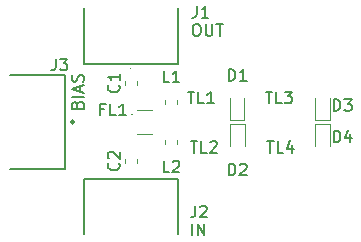
<source format=gto>
G04 #@! TF.GenerationSoftware,KiCad,Pcbnew,5.1.10-88a1d61d58~88~ubuntu18.04.1*
G04 #@! TF.CreationDate,2021-09-29T08:18:59+02:00*
G04 #@! TF.ProjectId,rf_phase_shifter_5_8GHz,72665f70-6861-4736-955f-736869667465,1.0.0*
G04 #@! TF.SameCoordinates,Original*
G04 #@! TF.FileFunction,Legend,Top*
G04 #@! TF.FilePolarity,Positive*
%FSLAX46Y46*%
G04 Gerber Fmt 4.6, Leading zero omitted, Abs format (unit mm)*
G04 Created by KiCad (PCBNEW 5.1.10-88a1d61d58~88~ubuntu18.04.1) date 2021-09-29 08:18:59*
%MOMM*%
%LPD*%
G01*
G04 APERTURE LIST*
%ADD10C,0.150000*%
%ADD11C,0.250000*%
%ADD12C,0.100000*%
%ADD13C,0.120000*%
%ADD14R,5.000000X1.200000*%
%ADD15R,5.000000X1.600000*%
%ADD16R,1.200000X5.000000*%
%ADD17R,1.600000X5.000000*%
%ADD18R,0.330000X0.350000*%
%ADD19R,0.700000X0.600000*%
G04 APERTURE END LIST*
D10*
X79938571Y-57459428D02*
X79986190Y-57316571D01*
X80033809Y-57268952D01*
X80129047Y-57221333D01*
X80271904Y-57221333D01*
X80367142Y-57268952D01*
X80414761Y-57316571D01*
X80462380Y-57411809D01*
X80462380Y-57792761D01*
X79462380Y-57792761D01*
X79462380Y-57459428D01*
X79510000Y-57364190D01*
X79557619Y-57316571D01*
X79652857Y-57268952D01*
X79748095Y-57268952D01*
X79843333Y-57316571D01*
X79890952Y-57364190D01*
X79938571Y-57459428D01*
X79938571Y-57792761D01*
X80462380Y-56792761D02*
X79462380Y-56792761D01*
X80176666Y-56364190D02*
X80176666Y-55888000D01*
X80462380Y-56459428D02*
X79462380Y-56126095D01*
X80462380Y-55792761D01*
X80414761Y-55507047D02*
X80462380Y-55364190D01*
X80462380Y-55126095D01*
X80414761Y-55030857D01*
X80367142Y-54983238D01*
X80271904Y-54935619D01*
X80176666Y-54935619D01*
X80081428Y-54983238D01*
X80033809Y-55030857D01*
X79986190Y-55126095D01*
X79938571Y-55316571D01*
X79890952Y-55411809D01*
X79843333Y-55459428D01*
X79748095Y-55507047D01*
X79652857Y-55507047D01*
X79557619Y-55459428D01*
X79510000Y-55411809D01*
X79462380Y-55316571D01*
X79462380Y-55078476D01*
X79510000Y-54935619D01*
X89932000Y-50633380D02*
X90122476Y-50633380D01*
X90217714Y-50681000D01*
X90312952Y-50776238D01*
X90360571Y-50966714D01*
X90360571Y-51300047D01*
X90312952Y-51490523D01*
X90217714Y-51585761D01*
X90122476Y-51633380D01*
X89932000Y-51633380D01*
X89836761Y-51585761D01*
X89741523Y-51490523D01*
X89693904Y-51300047D01*
X89693904Y-50966714D01*
X89741523Y-50776238D01*
X89836761Y-50681000D01*
X89932000Y-50633380D01*
X90789142Y-50633380D02*
X90789142Y-51442904D01*
X90836761Y-51538142D01*
X90884380Y-51585761D01*
X90979619Y-51633380D01*
X91170095Y-51633380D01*
X91265333Y-51585761D01*
X91312952Y-51538142D01*
X91360571Y-51442904D01*
X91360571Y-50633380D01*
X91693904Y-50633380D02*
X92265333Y-50633380D01*
X91979619Y-51633380D02*
X91979619Y-50633380D01*
X89646190Y-68524380D02*
X89646190Y-67524380D01*
X90122380Y-68524380D02*
X90122380Y-67524380D01*
X90693809Y-68524380D01*
X90693809Y-67524380D01*
X74186000Y-54928000D02*
X78886000Y-54928000D01*
X78886000Y-62928000D02*
X78886000Y-54928000D01*
X74186000Y-62928000D02*
X78886000Y-62928000D01*
D11*
X79646000Y-58928000D02*
G75*
G03*
X79646000Y-58928000I-125000J0D01*
G01*
D10*
X80455000Y-68414000D02*
X80455000Y-63714000D01*
X88455000Y-63714000D02*
X80455000Y-63714000D01*
X88455000Y-68414000D02*
X88455000Y-63714000D01*
D11*
X84580000Y-63079000D02*
G75*
G03*
X84580000Y-63079000I-125000J0D01*
G01*
D10*
X88455000Y-49294000D02*
X88455000Y-53994000D01*
X80455000Y-53994000D02*
X88455000Y-53994000D01*
X80455000Y-49294000D02*
X80455000Y-53994000D01*
D11*
X84580000Y-54629000D02*
G75*
G03*
X84580000Y-54629000I-125000J0D01*
G01*
D12*
X84498000Y-58278000D02*
G75*
G02*
X84598000Y-58278000I50000J0D01*
G01*
X84598000Y-58278000D02*
G75*
G02*
X84498000Y-58278000I-50000J0D01*
G01*
X84498000Y-58278000D02*
X84498000Y-58278000D01*
X84598000Y-58278000D02*
X84598000Y-58278000D01*
X84973000Y-59928000D02*
X86223000Y-59928000D01*
X84973000Y-57928000D02*
X86223000Y-57928000D01*
D13*
X101285600Y-59136900D02*
X100085600Y-59136900D01*
X101285600Y-60986900D02*
X101285600Y-59136900D01*
X100085600Y-60986900D02*
X100085600Y-59136900D01*
X87374000Y-60767279D02*
X87374000Y-60441721D01*
X88394000Y-60767279D02*
X88394000Y-60441721D01*
X88394000Y-57088721D02*
X88394000Y-57414279D01*
X87374000Y-57088721D02*
X87374000Y-57414279D01*
X100085600Y-58719100D02*
X101285600Y-58719100D01*
X100085600Y-56869100D02*
X100085600Y-58719100D01*
X101285600Y-56869100D02*
X101285600Y-58719100D01*
X94084700Y-59136900D02*
X92884700Y-59136900D01*
X94084700Y-60986900D02*
X94084700Y-59136900D01*
X92884700Y-60986900D02*
X92884700Y-59136900D01*
X92872000Y-58719100D02*
X94072000Y-58719100D01*
X92872000Y-56869100D02*
X92872000Y-58719100D01*
X94072000Y-56869100D02*
X94072000Y-58719100D01*
X83945000Y-62370580D02*
X83945000Y-62089420D01*
X84965000Y-62370580D02*
X84965000Y-62089420D01*
X83945000Y-55766580D02*
X83945000Y-55485420D01*
X84965000Y-55766580D02*
X84965000Y-55485420D01*
D10*
X95988333Y-60539380D02*
X96559761Y-60539380D01*
X96274047Y-61539380D02*
X96274047Y-60539380D01*
X97369285Y-61539380D02*
X96893095Y-61539380D01*
X96893095Y-60539380D01*
X98131190Y-60872714D02*
X98131190Y-61539380D01*
X97893095Y-60491761D02*
X97655000Y-61206047D01*
X98274047Y-61206047D01*
X95861333Y-56348380D02*
X96432761Y-56348380D01*
X96147047Y-57348380D02*
X96147047Y-56348380D01*
X97242285Y-57348380D02*
X96766095Y-57348380D01*
X96766095Y-56348380D01*
X97480380Y-56348380D02*
X98099428Y-56348380D01*
X97766095Y-56729333D01*
X97908952Y-56729333D01*
X98004190Y-56776952D01*
X98051809Y-56824571D01*
X98099428Y-56919809D01*
X98099428Y-57157904D01*
X98051809Y-57253142D01*
X98004190Y-57300761D01*
X97908952Y-57348380D01*
X97623238Y-57348380D01*
X97528000Y-57300761D01*
X97480380Y-57253142D01*
X89511333Y-60539380D02*
X90082761Y-60539380D01*
X89797047Y-61539380D02*
X89797047Y-60539380D01*
X90892285Y-61539380D02*
X90416095Y-61539380D01*
X90416095Y-60539380D01*
X91178000Y-60634619D02*
X91225619Y-60587000D01*
X91320857Y-60539380D01*
X91558952Y-60539380D01*
X91654190Y-60587000D01*
X91701809Y-60634619D01*
X91749428Y-60729857D01*
X91749428Y-60825095D01*
X91701809Y-60967952D01*
X91130380Y-61539380D01*
X91749428Y-61539380D01*
X89257333Y-56348380D02*
X89828761Y-56348380D01*
X89543047Y-57348380D02*
X89543047Y-56348380D01*
X90638285Y-57348380D02*
X90162095Y-57348380D01*
X90162095Y-56348380D01*
X91495428Y-57348380D02*
X90924000Y-57348380D01*
X91209714Y-57348380D02*
X91209714Y-56348380D01*
X91114476Y-56491238D01*
X91019238Y-56586476D01*
X90924000Y-56634095D01*
X78091309Y-53554380D02*
X78091309Y-54268666D01*
X78043690Y-54411523D01*
X77948452Y-54506761D01*
X77805595Y-54554380D01*
X77710357Y-54554380D01*
X78472261Y-53554380D02*
X79091309Y-53554380D01*
X78757976Y-53935333D01*
X78900833Y-53935333D01*
X78996071Y-53982952D01*
X79043690Y-54030571D01*
X79091309Y-54125809D01*
X79091309Y-54363904D01*
X79043690Y-54459142D01*
X78996071Y-54506761D01*
X78900833Y-54554380D01*
X78615119Y-54554380D01*
X78519880Y-54506761D01*
X78472261Y-54459142D01*
X89898023Y-66000380D02*
X89898023Y-66714666D01*
X89850404Y-66857523D01*
X89755166Y-66952761D01*
X89612309Y-67000380D01*
X89517071Y-67000380D01*
X90326595Y-66095619D02*
X90374214Y-66048000D01*
X90469452Y-66000380D01*
X90707547Y-66000380D01*
X90802785Y-66048000D01*
X90850404Y-66095619D01*
X90898023Y-66190857D01*
X90898023Y-66286095D01*
X90850404Y-66428952D01*
X90278976Y-67000380D01*
X90898023Y-67000380D01*
X90029309Y-49109380D02*
X90029309Y-49823666D01*
X89981690Y-49966523D01*
X89886452Y-50061761D01*
X89743595Y-50109380D01*
X89648357Y-50109380D01*
X91029309Y-50109380D02*
X90457880Y-50109380D01*
X90743595Y-50109380D02*
X90743595Y-49109380D01*
X90648357Y-49252238D01*
X90553119Y-49347476D01*
X90457880Y-49395095D01*
X82192904Y-57840571D02*
X81859571Y-57840571D01*
X81859571Y-58364380D02*
X81859571Y-57364380D01*
X82335761Y-57364380D01*
X83192904Y-58364380D02*
X82716714Y-58364380D01*
X82716714Y-57364380D01*
X84050047Y-58364380D02*
X83478619Y-58364380D01*
X83764333Y-58364380D02*
X83764333Y-57364380D01*
X83669095Y-57507238D01*
X83573857Y-57602476D01*
X83478619Y-57650095D01*
X101623904Y-60650380D02*
X101623904Y-59650380D01*
X101862000Y-59650380D01*
X102004857Y-59698000D01*
X102100095Y-59793238D01*
X102147714Y-59888476D01*
X102195333Y-60078952D01*
X102195333Y-60221809D01*
X102147714Y-60412285D01*
X102100095Y-60507523D01*
X102004857Y-60602761D01*
X101862000Y-60650380D01*
X101623904Y-60650380D01*
X103052476Y-59983714D02*
X103052476Y-60650380D01*
X102814380Y-59602761D02*
X102576285Y-60317047D01*
X103195333Y-60317047D01*
X87717333Y-63190380D02*
X87241142Y-63190380D01*
X87241142Y-62190380D01*
X88003047Y-62285619D02*
X88050666Y-62238000D01*
X88145904Y-62190380D01*
X88384000Y-62190380D01*
X88479238Y-62238000D01*
X88526857Y-62285619D01*
X88574476Y-62380857D01*
X88574476Y-62476095D01*
X88526857Y-62618952D01*
X87955428Y-63190380D01*
X88574476Y-63190380D01*
X87717333Y-55570380D02*
X87241142Y-55570380D01*
X87241142Y-54570380D01*
X88574476Y-55570380D02*
X88003047Y-55570380D01*
X88288761Y-55570380D02*
X88288761Y-54570380D01*
X88193523Y-54713238D01*
X88098285Y-54808476D01*
X88003047Y-54856095D01*
X101623904Y-57983380D02*
X101623904Y-56983380D01*
X101862000Y-56983380D01*
X102004857Y-57031000D01*
X102100095Y-57126238D01*
X102147714Y-57221476D01*
X102195333Y-57411952D01*
X102195333Y-57554809D01*
X102147714Y-57745285D01*
X102100095Y-57840523D01*
X102004857Y-57935761D01*
X101862000Y-57983380D01*
X101623904Y-57983380D01*
X102528666Y-56983380D02*
X103147714Y-56983380D01*
X102814380Y-57364333D01*
X102957238Y-57364333D01*
X103052476Y-57411952D01*
X103100095Y-57459571D01*
X103147714Y-57554809D01*
X103147714Y-57792904D01*
X103100095Y-57888142D01*
X103052476Y-57935761D01*
X102957238Y-57983380D01*
X102671523Y-57983380D01*
X102576285Y-57935761D01*
X102528666Y-57888142D01*
X92733904Y-63444380D02*
X92733904Y-62444380D01*
X92972000Y-62444380D01*
X93114857Y-62492000D01*
X93210095Y-62587238D01*
X93257714Y-62682476D01*
X93305333Y-62872952D01*
X93305333Y-63015809D01*
X93257714Y-63206285D01*
X93210095Y-63301523D01*
X93114857Y-63396761D01*
X92972000Y-63444380D01*
X92733904Y-63444380D01*
X93686285Y-62539619D02*
X93733904Y-62492000D01*
X93829142Y-62444380D01*
X94067238Y-62444380D01*
X94162476Y-62492000D01*
X94210095Y-62539619D01*
X94257714Y-62634857D01*
X94257714Y-62730095D01*
X94210095Y-62872952D01*
X93638666Y-63444380D01*
X94257714Y-63444380D01*
X92733904Y-55443380D02*
X92733904Y-54443380D01*
X92972000Y-54443380D01*
X93114857Y-54491000D01*
X93210095Y-54586238D01*
X93257714Y-54681476D01*
X93305333Y-54871952D01*
X93305333Y-55014809D01*
X93257714Y-55205285D01*
X93210095Y-55300523D01*
X93114857Y-55395761D01*
X92972000Y-55443380D01*
X92733904Y-55443380D01*
X94257714Y-55443380D02*
X93686285Y-55443380D01*
X93972000Y-55443380D02*
X93972000Y-54443380D01*
X93876761Y-54586238D01*
X93781523Y-54681476D01*
X93686285Y-54729095D01*
X83415142Y-62396666D02*
X83462761Y-62444285D01*
X83510380Y-62587142D01*
X83510380Y-62682380D01*
X83462761Y-62825238D01*
X83367523Y-62920476D01*
X83272285Y-62968095D01*
X83081809Y-63015714D01*
X82938952Y-63015714D01*
X82748476Y-62968095D01*
X82653238Y-62920476D01*
X82558000Y-62825238D01*
X82510380Y-62682380D01*
X82510380Y-62587142D01*
X82558000Y-62444285D01*
X82605619Y-62396666D01*
X82605619Y-62015714D02*
X82558000Y-61968095D01*
X82510380Y-61872857D01*
X82510380Y-61634761D01*
X82558000Y-61539523D01*
X82605619Y-61491904D01*
X82700857Y-61444285D01*
X82796095Y-61444285D01*
X82938952Y-61491904D01*
X83510380Y-62063333D01*
X83510380Y-61444285D01*
X83415142Y-55792666D02*
X83462761Y-55840285D01*
X83510380Y-55983142D01*
X83510380Y-56078380D01*
X83462761Y-56221238D01*
X83367523Y-56316476D01*
X83272285Y-56364095D01*
X83081809Y-56411714D01*
X82938952Y-56411714D01*
X82748476Y-56364095D01*
X82653238Y-56316476D01*
X82558000Y-56221238D01*
X82510380Y-56078380D01*
X82510380Y-55983142D01*
X82558000Y-55840285D01*
X82605619Y-55792666D01*
X83510380Y-54840285D02*
X83510380Y-55411714D01*
X83510380Y-55126000D02*
X82510380Y-55126000D01*
X82653238Y-55221238D01*
X82748476Y-55316476D01*
X82796095Y-55411714D01*
%LPC*%
D14*
X75946000Y-58928000D03*
D15*
X75946000Y-61698000D03*
X75946000Y-56158000D03*
D16*
X84455000Y-66654000D03*
D17*
X87225000Y-66654000D03*
X81685000Y-66654000D03*
D16*
X84455000Y-51054000D03*
D17*
X81685000Y-51054000D03*
X87225000Y-51054000D03*
D18*
X85103000Y-58278000D03*
X85103000Y-58928000D03*
X85103000Y-59578000D03*
X86093000Y-59578000D03*
X86093000Y-58928000D03*
X86093000Y-58278000D03*
D19*
X100685600Y-59586900D03*
X100685600Y-60986900D03*
G36*
G01*
X88140250Y-60254500D02*
X87627750Y-60254500D01*
G75*
G02*
X87409000Y-60035750I0J218750D01*
G01*
X87409000Y-59598250D01*
G75*
G02*
X87627750Y-59379500I218750J0D01*
G01*
X88140250Y-59379500D01*
G75*
G02*
X88359000Y-59598250I0J-218750D01*
G01*
X88359000Y-60035750D01*
G75*
G02*
X88140250Y-60254500I-218750J0D01*
G01*
G37*
G36*
G01*
X88140250Y-61829500D02*
X87627750Y-61829500D01*
G75*
G02*
X87409000Y-61610750I0J218750D01*
G01*
X87409000Y-61173250D01*
G75*
G02*
X87627750Y-60954500I218750J0D01*
G01*
X88140250Y-60954500D01*
G75*
G02*
X88359000Y-61173250I0J-218750D01*
G01*
X88359000Y-61610750D01*
G75*
G02*
X88140250Y-61829500I-218750J0D01*
G01*
G37*
G36*
G01*
X87627750Y-57601500D02*
X88140250Y-57601500D01*
G75*
G02*
X88359000Y-57820250I0J-218750D01*
G01*
X88359000Y-58257750D01*
G75*
G02*
X88140250Y-58476500I-218750J0D01*
G01*
X87627750Y-58476500D01*
G75*
G02*
X87409000Y-58257750I0J218750D01*
G01*
X87409000Y-57820250D01*
G75*
G02*
X87627750Y-57601500I218750J0D01*
G01*
G37*
G36*
G01*
X87627750Y-56026500D02*
X88140250Y-56026500D01*
G75*
G02*
X88359000Y-56245250I0J-218750D01*
G01*
X88359000Y-56682750D01*
G75*
G02*
X88140250Y-56901500I-218750J0D01*
G01*
X87627750Y-56901500D01*
G75*
G02*
X87409000Y-56682750I0J218750D01*
G01*
X87409000Y-56245250D01*
G75*
G02*
X87627750Y-56026500I218750J0D01*
G01*
G37*
X100685600Y-58269100D03*
X100685600Y-56869100D03*
X93484700Y-59586900D03*
X93484700Y-60986900D03*
X93472000Y-58269100D03*
X93472000Y-56869100D03*
G36*
G01*
X84705000Y-61905000D02*
X84205000Y-61905000D01*
G75*
G02*
X83980000Y-61680000I0J225000D01*
G01*
X83980000Y-61230000D01*
G75*
G02*
X84205000Y-61005000I225000J0D01*
G01*
X84705000Y-61005000D01*
G75*
G02*
X84930000Y-61230000I0J-225000D01*
G01*
X84930000Y-61680000D01*
G75*
G02*
X84705000Y-61905000I-225000J0D01*
G01*
G37*
G36*
G01*
X84705000Y-63455000D02*
X84205000Y-63455000D01*
G75*
G02*
X83980000Y-63230000I0J225000D01*
G01*
X83980000Y-62780000D01*
G75*
G02*
X84205000Y-62555000I225000J0D01*
G01*
X84705000Y-62555000D01*
G75*
G02*
X84930000Y-62780000I0J-225000D01*
G01*
X84930000Y-63230000D01*
G75*
G02*
X84705000Y-63455000I-225000J0D01*
G01*
G37*
G36*
G01*
X84705000Y-55301000D02*
X84205000Y-55301000D01*
G75*
G02*
X83980000Y-55076000I0J225000D01*
G01*
X83980000Y-54626000D01*
G75*
G02*
X84205000Y-54401000I225000J0D01*
G01*
X84705000Y-54401000D01*
G75*
G02*
X84930000Y-54626000I0J-225000D01*
G01*
X84930000Y-55076000D01*
G75*
G02*
X84705000Y-55301000I-225000J0D01*
G01*
G37*
G36*
G01*
X84705000Y-56851000D02*
X84205000Y-56851000D01*
G75*
G02*
X83980000Y-56626000I0J225000D01*
G01*
X83980000Y-56176000D01*
G75*
G02*
X84205000Y-55951000I225000J0D01*
G01*
X84705000Y-55951000D01*
G75*
G02*
X84930000Y-56176000I0J-225000D01*
G01*
X84930000Y-56626000D01*
G75*
G02*
X84705000Y-56851000I-225000J0D01*
G01*
G37*
M02*

</source>
